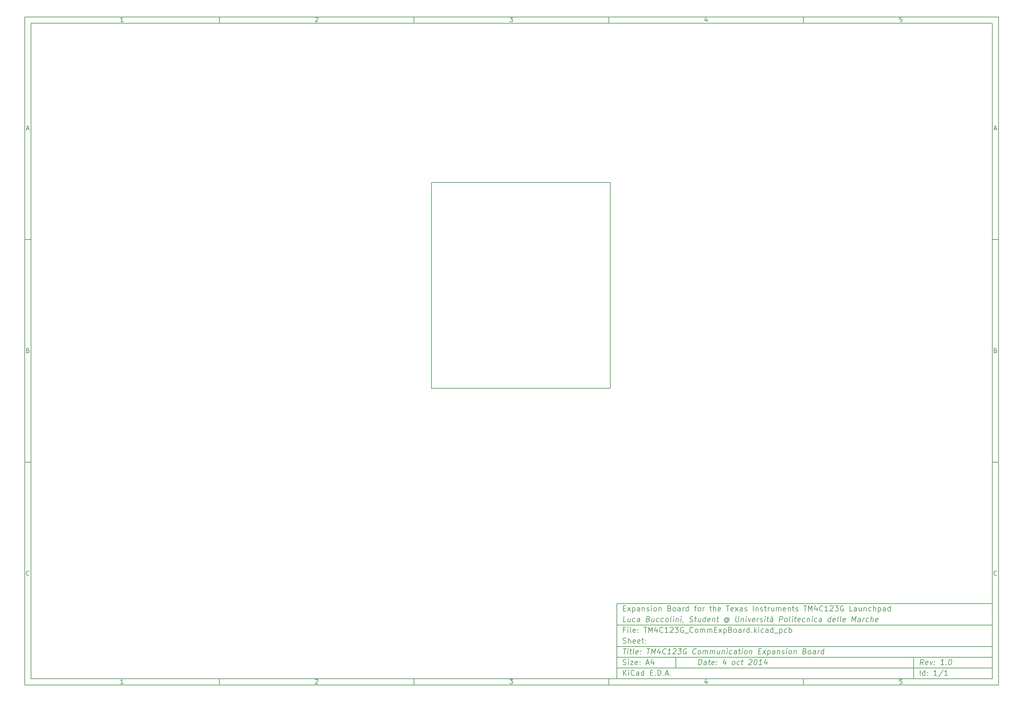
<source format=gbr>
G04 (created by PCBNEW (2013-07-07 BZR 4022)-stable) date 10/4/2014 18:50:34*
%MOIN*%
G04 Gerber Fmt 3.4, Leading zero omitted, Abs format*
%FSLAX34Y34*%
G01*
G70*
G90*
G04 APERTURE LIST*
%ADD10C,0.00590551*%
%ADD11C,0.00629921*%
G04 APERTURE END LIST*
G54D10*
X4000Y-4000D02*
X112930Y-4000D01*
X112930Y-78680D01*
X4000Y-78680D01*
X4000Y-4000D01*
X4700Y-4700D02*
X112230Y-4700D01*
X112230Y-77980D01*
X4700Y-77980D01*
X4700Y-4700D01*
X25780Y-4000D02*
X25780Y-4700D01*
X15032Y-4552D02*
X14747Y-4552D01*
X14890Y-4552D02*
X14890Y-4052D01*
X14842Y-4123D01*
X14794Y-4171D01*
X14747Y-4195D01*
X25780Y-78680D02*
X25780Y-77980D01*
X15032Y-78532D02*
X14747Y-78532D01*
X14890Y-78532D02*
X14890Y-78032D01*
X14842Y-78103D01*
X14794Y-78151D01*
X14747Y-78175D01*
X47560Y-4000D02*
X47560Y-4700D01*
X36527Y-4100D02*
X36550Y-4076D01*
X36598Y-4052D01*
X36717Y-4052D01*
X36765Y-4076D01*
X36789Y-4100D01*
X36812Y-4147D01*
X36812Y-4195D01*
X36789Y-4266D01*
X36503Y-4552D01*
X36812Y-4552D01*
X47560Y-78680D02*
X47560Y-77980D01*
X36527Y-78080D02*
X36550Y-78056D01*
X36598Y-78032D01*
X36717Y-78032D01*
X36765Y-78056D01*
X36789Y-78080D01*
X36812Y-78127D01*
X36812Y-78175D01*
X36789Y-78246D01*
X36503Y-78532D01*
X36812Y-78532D01*
X69340Y-4000D02*
X69340Y-4700D01*
X58283Y-4052D02*
X58592Y-4052D01*
X58426Y-4242D01*
X58497Y-4242D01*
X58545Y-4266D01*
X58569Y-4290D01*
X58592Y-4338D01*
X58592Y-4457D01*
X58569Y-4504D01*
X58545Y-4528D01*
X58497Y-4552D01*
X58354Y-4552D01*
X58307Y-4528D01*
X58283Y-4504D01*
X69340Y-78680D02*
X69340Y-77980D01*
X58283Y-78032D02*
X58592Y-78032D01*
X58426Y-78222D01*
X58497Y-78222D01*
X58545Y-78246D01*
X58569Y-78270D01*
X58592Y-78318D01*
X58592Y-78437D01*
X58569Y-78484D01*
X58545Y-78508D01*
X58497Y-78532D01*
X58354Y-78532D01*
X58307Y-78508D01*
X58283Y-78484D01*
X91120Y-4000D02*
X91120Y-4700D01*
X80325Y-4219D02*
X80325Y-4552D01*
X80206Y-4028D02*
X80087Y-4385D01*
X80396Y-4385D01*
X91120Y-78680D02*
X91120Y-77980D01*
X80325Y-78199D02*
X80325Y-78532D01*
X80206Y-78008D02*
X80087Y-78365D01*
X80396Y-78365D01*
X102129Y-4052D02*
X101890Y-4052D01*
X101867Y-4290D01*
X101890Y-4266D01*
X101938Y-4242D01*
X102057Y-4242D01*
X102105Y-4266D01*
X102129Y-4290D01*
X102152Y-4338D01*
X102152Y-4457D01*
X102129Y-4504D01*
X102105Y-4528D01*
X102057Y-4552D01*
X101938Y-4552D01*
X101890Y-4528D01*
X101867Y-4504D01*
X102129Y-78032D02*
X101890Y-78032D01*
X101867Y-78270D01*
X101890Y-78246D01*
X101938Y-78222D01*
X102057Y-78222D01*
X102105Y-78246D01*
X102129Y-78270D01*
X102152Y-78318D01*
X102152Y-78437D01*
X102129Y-78484D01*
X102105Y-78508D01*
X102057Y-78532D01*
X101938Y-78532D01*
X101890Y-78508D01*
X101867Y-78484D01*
X4000Y-28890D02*
X4700Y-28890D01*
X4230Y-16509D02*
X4469Y-16509D01*
X4183Y-16652D02*
X4350Y-16152D01*
X4516Y-16652D01*
X112930Y-28890D02*
X112230Y-28890D01*
X112460Y-16509D02*
X112699Y-16509D01*
X112413Y-16652D02*
X112580Y-16152D01*
X112746Y-16652D01*
X4000Y-53780D02*
X4700Y-53780D01*
X4385Y-41280D02*
X4457Y-41304D01*
X4480Y-41328D01*
X4504Y-41375D01*
X4504Y-41447D01*
X4480Y-41494D01*
X4457Y-41518D01*
X4409Y-41542D01*
X4219Y-41542D01*
X4219Y-41042D01*
X4385Y-41042D01*
X4433Y-41066D01*
X4457Y-41090D01*
X4480Y-41137D01*
X4480Y-41185D01*
X4457Y-41232D01*
X4433Y-41256D01*
X4385Y-41280D01*
X4219Y-41280D01*
X112930Y-53780D02*
X112230Y-53780D01*
X112615Y-41280D02*
X112687Y-41304D01*
X112710Y-41328D01*
X112734Y-41375D01*
X112734Y-41447D01*
X112710Y-41494D01*
X112687Y-41518D01*
X112639Y-41542D01*
X112449Y-41542D01*
X112449Y-41042D01*
X112615Y-41042D01*
X112663Y-41066D01*
X112687Y-41090D01*
X112710Y-41137D01*
X112710Y-41185D01*
X112687Y-41232D01*
X112663Y-41256D01*
X112615Y-41280D01*
X112449Y-41280D01*
X4504Y-66384D02*
X4480Y-66408D01*
X4409Y-66432D01*
X4361Y-66432D01*
X4290Y-66408D01*
X4242Y-66360D01*
X4219Y-66313D01*
X4195Y-66218D01*
X4195Y-66146D01*
X4219Y-66051D01*
X4242Y-66003D01*
X4290Y-65956D01*
X4361Y-65932D01*
X4409Y-65932D01*
X4480Y-65956D01*
X4504Y-65980D01*
X112734Y-66384D02*
X112710Y-66408D01*
X112639Y-66432D01*
X112591Y-66432D01*
X112520Y-66408D01*
X112472Y-66360D01*
X112449Y-66313D01*
X112425Y-66218D01*
X112425Y-66146D01*
X112449Y-66051D01*
X112472Y-66003D01*
X112520Y-65956D01*
X112591Y-65932D01*
X112639Y-65932D01*
X112710Y-65956D01*
X112734Y-65980D01*
X79380Y-76422D02*
X79455Y-75822D01*
X79597Y-75822D01*
X79680Y-75851D01*
X79730Y-75908D01*
X79751Y-75965D01*
X79765Y-76080D01*
X79755Y-76165D01*
X79712Y-76280D01*
X79676Y-76337D01*
X79612Y-76394D01*
X79522Y-76422D01*
X79380Y-76422D01*
X80237Y-76422D02*
X80276Y-76108D01*
X80255Y-76051D01*
X80201Y-76022D01*
X80087Y-76022D01*
X80026Y-76051D01*
X80240Y-76394D02*
X80180Y-76422D01*
X80037Y-76422D01*
X79983Y-76394D01*
X79962Y-76337D01*
X79969Y-76280D01*
X80005Y-76222D01*
X80065Y-76194D01*
X80208Y-76194D01*
X80269Y-76165D01*
X80487Y-76022D02*
X80715Y-76022D01*
X80597Y-75822D02*
X80533Y-76337D01*
X80555Y-76394D01*
X80608Y-76422D01*
X80665Y-76422D01*
X81097Y-76394D02*
X81037Y-76422D01*
X80922Y-76422D01*
X80869Y-76394D01*
X80847Y-76337D01*
X80876Y-76108D01*
X80912Y-76051D01*
X80972Y-76022D01*
X81087Y-76022D01*
X81140Y-76051D01*
X81162Y-76108D01*
X81155Y-76165D01*
X80862Y-76222D01*
X81387Y-76365D02*
X81412Y-76394D01*
X81380Y-76422D01*
X81355Y-76394D01*
X81387Y-76365D01*
X81380Y-76422D01*
X81426Y-76051D02*
X81451Y-76080D01*
X81419Y-76108D01*
X81394Y-76080D01*
X81426Y-76051D01*
X81419Y-76108D01*
X82430Y-76022D02*
X82380Y-76422D01*
X82315Y-75794D02*
X82119Y-76222D01*
X82490Y-76222D01*
X83237Y-76422D02*
X83183Y-76394D01*
X83158Y-76365D01*
X83137Y-76308D01*
X83158Y-76137D01*
X83194Y-76080D01*
X83226Y-76051D01*
X83287Y-76022D01*
X83372Y-76022D01*
X83426Y-76051D01*
X83451Y-76080D01*
X83472Y-76137D01*
X83451Y-76308D01*
X83415Y-76365D01*
X83383Y-76394D01*
X83322Y-76422D01*
X83237Y-76422D01*
X83955Y-76394D02*
X83894Y-76422D01*
X83780Y-76422D01*
X83726Y-76394D01*
X83701Y-76365D01*
X83680Y-76308D01*
X83701Y-76137D01*
X83737Y-76080D01*
X83769Y-76051D01*
X83830Y-76022D01*
X83944Y-76022D01*
X83997Y-76051D01*
X84172Y-76022D02*
X84401Y-76022D01*
X84283Y-75822D02*
X84219Y-76337D01*
X84240Y-76394D01*
X84294Y-76422D01*
X84351Y-76422D01*
X85047Y-75880D02*
X85080Y-75851D01*
X85140Y-75822D01*
X85283Y-75822D01*
X85337Y-75851D01*
X85362Y-75880D01*
X85383Y-75937D01*
X85376Y-75994D01*
X85337Y-76080D01*
X84951Y-76422D01*
X85322Y-76422D01*
X85769Y-75822D02*
X85826Y-75822D01*
X85880Y-75851D01*
X85905Y-75880D01*
X85926Y-75937D01*
X85940Y-76051D01*
X85922Y-76194D01*
X85880Y-76308D01*
X85844Y-76365D01*
X85812Y-76394D01*
X85751Y-76422D01*
X85694Y-76422D01*
X85640Y-76394D01*
X85615Y-76365D01*
X85594Y-76308D01*
X85580Y-76194D01*
X85597Y-76051D01*
X85640Y-75937D01*
X85676Y-75880D01*
X85708Y-75851D01*
X85769Y-75822D01*
X86465Y-76422D02*
X86122Y-76422D01*
X86294Y-76422D02*
X86369Y-75822D01*
X86301Y-75908D01*
X86237Y-75965D01*
X86176Y-75994D01*
X87030Y-76022D02*
X86980Y-76422D01*
X86915Y-75794D02*
X86719Y-76222D01*
X87090Y-76222D01*
X70972Y-77622D02*
X70972Y-77022D01*
X71315Y-77622D02*
X71058Y-77280D01*
X71315Y-77022D02*
X70972Y-77365D01*
X71572Y-77622D02*
X71572Y-77222D01*
X71572Y-77022D02*
X71544Y-77051D01*
X71572Y-77080D01*
X71601Y-77051D01*
X71572Y-77022D01*
X71572Y-77080D01*
X72201Y-77565D02*
X72172Y-77594D01*
X72087Y-77622D01*
X72030Y-77622D01*
X71944Y-77594D01*
X71887Y-77537D01*
X71858Y-77480D01*
X71830Y-77365D01*
X71830Y-77280D01*
X71858Y-77165D01*
X71887Y-77108D01*
X71944Y-77051D01*
X72030Y-77022D01*
X72087Y-77022D01*
X72172Y-77051D01*
X72201Y-77080D01*
X72715Y-77622D02*
X72715Y-77308D01*
X72687Y-77251D01*
X72630Y-77222D01*
X72515Y-77222D01*
X72458Y-77251D01*
X72715Y-77594D02*
X72658Y-77622D01*
X72515Y-77622D01*
X72458Y-77594D01*
X72430Y-77537D01*
X72430Y-77480D01*
X72458Y-77422D01*
X72515Y-77394D01*
X72658Y-77394D01*
X72715Y-77365D01*
X73258Y-77622D02*
X73258Y-77022D01*
X73258Y-77594D02*
X73201Y-77622D01*
X73087Y-77622D01*
X73030Y-77594D01*
X73001Y-77565D01*
X72972Y-77508D01*
X72972Y-77337D01*
X73001Y-77280D01*
X73030Y-77251D01*
X73087Y-77222D01*
X73201Y-77222D01*
X73258Y-77251D01*
X74001Y-77308D02*
X74201Y-77308D01*
X74287Y-77622D02*
X74001Y-77622D01*
X74001Y-77022D01*
X74287Y-77022D01*
X74544Y-77565D02*
X74572Y-77594D01*
X74544Y-77622D01*
X74515Y-77594D01*
X74544Y-77565D01*
X74544Y-77622D01*
X74829Y-77622D02*
X74829Y-77022D01*
X74972Y-77022D01*
X75058Y-77051D01*
X75115Y-77108D01*
X75144Y-77165D01*
X75172Y-77280D01*
X75172Y-77365D01*
X75144Y-77480D01*
X75115Y-77537D01*
X75058Y-77594D01*
X74972Y-77622D01*
X74829Y-77622D01*
X75429Y-77565D02*
X75458Y-77594D01*
X75429Y-77622D01*
X75401Y-77594D01*
X75429Y-77565D01*
X75429Y-77622D01*
X75687Y-77451D02*
X75972Y-77451D01*
X75629Y-77622D02*
X75829Y-77022D01*
X76029Y-77622D01*
X76229Y-77565D02*
X76258Y-77594D01*
X76229Y-77622D01*
X76201Y-77594D01*
X76229Y-77565D01*
X76229Y-77622D01*
X104522Y-76422D02*
X104358Y-76137D01*
X104180Y-76422D02*
X104255Y-75822D01*
X104483Y-75822D01*
X104537Y-75851D01*
X104562Y-75880D01*
X104583Y-75937D01*
X104572Y-76022D01*
X104537Y-76080D01*
X104505Y-76108D01*
X104444Y-76137D01*
X104215Y-76137D01*
X105012Y-76394D02*
X104951Y-76422D01*
X104837Y-76422D01*
X104783Y-76394D01*
X104762Y-76337D01*
X104790Y-76108D01*
X104826Y-76051D01*
X104887Y-76022D01*
X105001Y-76022D01*
X105055Y-76051D01*
X105076Y-76108D01*
X105069Y-76165D01*
X104776Y-76222D01*
X105287Y-76022D02*
X105380Y-76422D01*
X105572Y-76022D01*
X105758Y-76365D02*
X105783Y-76394D01*
X105751Y-76422D01*
X105726Y-76394D01*
X105758Y-76365D01*
X105751Y-76422D01*
X105797Y-76051D02*
X105822Y-76080D01*
X105790Y-76108D01*
X105765Y-76080D01*
X105797Y-76051D01*
X105790Y-76108D01*
X106808Y-76422D02*
X106465Y-76422D01*
X106637Y-76422D02*
X106712Y-75822D01*
X106644Y-75908D01*
X106580Y-75965D01*
X106519Y-75994D01*
X107072Y-76365D02*
X107097Y-76394D01*
X107065Y-76422D01*
X107040Y-76394D01*
X107072Y-76365D01*
X107065Y-76422D01*
X107540Y-75822D02*
X107597Y-75822D01*
X107651Y-75851D01*
X107676Y-75880D01*
X107697Y-75937D01*
X107712Y-76051D01*
X107694Y-76194D01*
X107651Y-76308D01*
X107615Y-76365D01*
X107583Y-76394D01*
X107522Y-76422D01*
X107465Y-76422D01*
X107412Y-76394D01*
X107387Y-76365D01*
X107365Y-76308D01*
X107351Y-76194D01*
X107369Y-76051D01*
X107412Y-75937D01*
X107447Y-75880D01*
X107480Y-75851D01*
X107540Y-75822D01*
X70944Y-76394D02*
X71030Y-76422D01*
X71172Y-76422D01*
X71230Y-76394D01*
X71258Y-76365D01*
X71287Y-76308D01*
X71287Y-76251D01*
X71258Y-76194D01*
X71230Y-76165D01*
X71172Y-76137D01*
X71058Y-76108D01*
X71001Y-76080D01*
X70972Y-76051D01*
X70944Y-75994D01*
X70944Y-75937D01*
X70972Y-75880D01*
X71001Y-75851D01*
X71058Y-75822D01*
X71201Y-75822D01*
X71287Y-75851D01*
X71544Y-76422D02*
X71544Y-76022D01*
X71544Y-75822D02*
X71515Y-75851D01*
X71544Y-75880D01*
X71572Y-75851D01*
X71544Y-75822D01*
X71544Y-75880D01*
X71772Y-76022D02*
X72087Y-76022D01*
X71772Y-76422D01*
X72087Y-76422D01*
X72544Y-76394D02*
X72487Y-76422D01*
X72372Y-76422D01*
X72315Y-76394D01*
X72287Y-76337D01*
X72287Y-76108D01*
X72315Y-76051D01*
X72372Y-76022D01*
X72487Y-76022D01*
X72544Y-76051D01*
X72572Y-76108D01*
X72572Y-76165D01*
X72287Y-76222D01*
X72830Y-76365D02*
X72858Y-76394D01*
X72830Y-76422D01*
X72801Y-76394D01*
X72830Y-76365D01*
X72830Y-76422D01*
X72830Y-76051D02*
X72858Y-76080D01*
X72830Y-76108D01*
X72801Y-76080D01*
X72830Y-76051D01*
X72830Y-76108D01*
X73544Y-76251D02*
X73830Y-76251D01*
X73487Y-76422D02*
X73687Y-75822D01*
X73887Y-76422D01*
X74344Y-76022D02*
X74344Y-76422D01*
X74201Y-75794D02*
X74058Y-76222D01*
X74430Y-76222D01*
X104172Y-77622D02*
X104172Y-77022D01*
X104715Y-77622D02*
X104715Y-77022D01*
X104715Y-77594D02*
X104658Y-77622D01*
X104544Y-77622D01*
X104487Y-77594D01*
X104458Y-77565D01*
X104430Y-77508D01*
X104430Y-77337D01*
X104458Y-77280D01*
X104487Y-77251D01*
X104544Y-77222D01*
X104658Y-77222D01*
X104715Y-77251D01*
X105001Y-77565D02*
X105030Y-77594D01*
X105001Y-77622D01*
X104972Y-77594D01*
X105001Y-77565D01*
X105001Y-77622D01*
X105001Y-77251D02*
X105030Y-77280D01*
X105001Y-77308D01*
X104972Y-77280D01*
X105001Y-77251D01*
X105001Y-77308D01*
X106058Y-77622D02*
X105715Y-77622D01*
X105887Y-77622D02*
X105887Y-77022D01*
X105829Y-77108D01*
X105772Y-77165D01*
X105715Y-77194D01*
X106744Y-76994D02*
X106230Y-77765D01*
X107258Y-77622D02*
X106915Y-77622D01*
X107087Y-77622D02*
X107087Y-77022D01*
X107029Y-77108D01*
X106972Y-77165D01*
X106915Y-77194D01*
X70969Y-74622D02*
X71312Y-74622D01*
X71065Y-75222D02*
X71140Y-74622D01*
X71437Y-75222D02*
X71487Y-74822D01*
X71512Y-74622D02*
X71480Y-74651D01*
X71505Y-74680D01*
X71537Y-74651D01*
X71512Y-74622D01*
X71505Y-74680D01*
X71687Y-74822D02*
X71915Y-74822D01*
X71797Y-74622D02*
X71733Y-75137D01*
X71755Y-75194D01*
X71808Y-75222D01*
X71865Y-75222D01*
X72151Y-75222D02*
X72097Y-75194D01*
X72076Y-75137D01*
X72140Y-74622D01*
X72612Y-75194D02*
X72551Y-75222D01*
X72437Y-75222D01*
X72383Y-75194D01*
X72362Y-75137D01*
X72390Y-74908D01*
X72426Y-74851D01*
X72487Y-74822D01*
X72601Y-74822D01*
X72655Y-74851D01*
X72676Y-74908D01*
X72669Y-74965D01*
X72376Y-75022D01*
X72901Y-75165D02*
X72926Y-75194D01*
X72894Y-75222D01*
X72869Y-75194D01*
X72901Y-75165D01*
X72894Y-75222D01*
X72940Y-74851D02*
X72965Y-74880D01*
X72933Y-74908D01*
X72908Y-74880D01*
X72940Y-74851D01*
X72933Y-74908D01*
X73626Y-74622D02*
X73969Y-74622D01*
X73722Y-75222D02*
X73797Y-74622D01*
X74094Y-75222D02*
X74169Y-74622D01*
X74315Y-75051D01*
X74569Y-74622D01*
X74494Y-75222D01*
X75087Y-74822D02*
X75037Y-75222D01*
X74972Y-74594D02*
X74776Y-75022D01*
X75147Y-75022D01*
X75701Y-75165D02*
X75669Y-75194D01*
X75580Y-75222D01*
X75522Y-75222D01*
X75440Y-75194D01*
X75390Y-75137D01*
X75369Y-75080D01*
X75355Y-74965D01*
X75365Y-74880D01*
X75408Y-74765D01*
X75444Y-74708D01*
X75508Y-74651D01*
X75597Y-74622D01*
X75655Y-74622D01*
X75737Y-74651D01*
X75762Y-74680D01*
X76265Y-75222D02*
X75922Y-75222D01*
X76094Y-75222D02*
X76169Y-74622D01*
X76101Y-74708D01*
X76037Y-74765D01*
X75976Y-74794D01*
X76562Y-74680D02*
X76594Y-74651D01*
X76655Y-74622D01*
X76797Y-74622D01*
X76851Y-74651D01*
X76876Y-74680D01*
X76897Y-74737D01*
X76890Y-74794D01*
X76851Y-74880D01*
X76465Y-75222D01*
X76837Y-75222D01*
X77112Y-74622D02*
X77483Y-74622D01*
X77255Y-74851D01*
X77340Y-74851D01*
X77394Y-74880D01*
X77419Y-74908D01*
X77440Y-74965D01*
X77422Y-75108D01*
X77387Y-75165D01*
X77355Y-75194D01*
X77294Y-75222D01*
X77122Y-75222D01*
X77069Y-75194D01*
X77044Y-75165D01*
X78051Y-74651D02*
X77997Y-74622D01*
X77912Y-74622D01*
X77822Y-74651D01*
X77758Y-74708D01*
X77722Y-74765D01*
X77680Y-74880D01*
X77669Y-74965D01*
X77683Y-75080D01*
X77705Y-75137D01*
X77755Y-75194D01*
X77837Y-75222D01*
X77894Y-75222D01*
X77983Y-75194D01*
X78015Y-75165D01*
X78040Y-74965D01*
X77926Y-74965D01*
X79072Y-75165D02*
X79040Y-75194D01*
X78951Y-75222D01*
X78894Y-75222D01*
X78812Y-75194D01*
X78762Y-75137D01*
X78740Y-75080D01*
X78726Y-74965D01*
X78737Y-74880D01*
X78780Y-74765D01*
X78815Y-74708D01*
X78880Y-74651D01*
X78969Y-74622D01*
X79026Y-74622D01*
X79108Y-74651D01*
X79133Y-74680D01*
X79408Y-75222D02*
X79355Y-75194D01*
X79330Y-75165D01*
X79308Y-75108D01*
X79330Y-74937D01*
X79365Y-74880D01*
X79397Y-74851D01*
X79458Y-74822D01*
X79544Y-74822D01*
X79597Y-74851D01*
X79622Y-74880D01*
X79644Y-74937D01*
X79622Y-75108D01*
X79587Y-75165D01*
X79555Y-75194D01*
X79494Y-75222D01*
X79408Y-75222D01*
X79865Y-75222D02*
X79915Y-74822D01*
X79908Y-74880D02*
X79940Y-74851D01*
X80001Y-74822D01*
X80087Y-74822D01*
X80140Y-74851D01*
X80162Y-74908D01*
X80122Y-75222D01*
X80162Y-74908D02*
X80197Y-74851D01*
X80258Y-74822D01*
X80344Y-74822D01*
X80397Y-74851D01*
X80419Y-74908D01*
X80380Y-75222D01*
X80665Y-75222D02*
X80715Y-74822D01*
X80708Y-74880D02*
X80740Y-74851D01*
X80801Y-74822D01*
X80887Y-74822D01*
X80940Y-74851D01*
X80962Y-74908D01*
X80922Y-75222D01*
X80962Y-74908D02*
X80997Y-74851D01*
X81058Y-74822D01*
X81144Y-74822D01*
X81197Y-74851D01*
X81219Y-74908D01*
X81180Y-75222D01*
X81772Y-74822D02*
X81722Y-75222D01*
X81515Y-74822D02*
X81476Y-75137D01*
X81497Y-75194D01*
X81551Y-75222D01*
X81637Y-75222D01*
X81697Y-75194D01*
X81730Y-75165D01*
X82058Y-74822D02*
X82008Y-75222D01*
X82051Y-74880D02*
X82083Y-74851D01*
X82144Y-74822D01*
X82230Y-74822D01*
X82283Y-74851D01*
X82305Y-74908D01*
X82265Y-75222D01*
X82551Y-75222D02*
X82601Y-74822D01*
X82626Y-74622D02*
X82594Y-74651D01*
X82619Y-74680D01*
X82651Y-74651D01*
X82626Y-74622D01*
X82619Y-74680D01*
X83097Y-75194D02*
X83037Y-75222D01*
X82922Y-75222D01*
X82869Y-75194D01*
X82844Y-75165D01*
X82822Y-75108D01*
X82844Y-74937D01*
X82880Y-74880D01*
X82912Y-74851D01*
X82972Y-74822D01*
X83087Y-74822D01*
X83140Y-74851D01*
X83608Y-75222D02*
X83647Y-74908D01*
X83626Y-74851D01*
X83572Y-74822D01*
X83458Y-74822D01*
X83397Y-74851D01*
X83612Y-75194D02*
X83551Y-75222D01*
X83408Y-75222D01*
X83355Y-75194D01*
X83333Y-75137D01*
X83340Y-75080D01*
X83376Y-75022D01*
X83437Y-74994D01*
X83580Y-74994D01*
X83640Y-74965D01*
X83858Y-74822D02*
X84087Y-74822D01*
X83969Y-74622D02*
X83905Y-75137D01*
X83926Y-75194D01*
X83980Y-75222D01*
X84037Y-75222D01*
X84237Y-75222D02*
X84287Y-74822D01*
X84312Y-74622D02*
X84280Y-74651D01*
X84305Y-74680D01*
X84337Y-74651D01*
X84312Y-74622D01*
X84305Y-74680D01*
X84608Y-75222D02*
X84555Y-75194D01*
X84530Y-75165D01*
X84508Y-75108D01*
X84530Y-74937D01*
X84565Y-74880D01*
X84597Y-74851D01*
X84658Y-74822D01*
X84744Y-74822D01*
X84797Y-74851D01*
X84822Y-74880D01*
X84844Y-74937D01*
X84822Y-75108D01*
X84787Y-75165D01*
X84755Y-75194D01*
X84694Y-75222D01*
X84608Y-75222D01*
X85115Y-74822D02*
X85065Y-75222D01*
X85108Y-74880D02*
X85140Y-74851D01*
X85201Y-74822D01*
X85287Y-74822D01*
X85340Y-74851D01*
X85362Y-74908D01*
X85322Y-75222D01*
X86105Y-74908D02*
X86305Y-74908D01*
X86351Y-75222D02*
X86065Y-75222D01*
X86140Y-74622D01*
X86426Y-74622D01*
X86551Y-75222D02*
X86915Y-74822D01*
X86601Y-74822D02*
X86865Y-75222D01*
X87144Y-74822D02*
X87069Y-75422D01*
X87140Y-74851D02*
X87201Y-74822D01*
X87315Y-74822D01*
X87369Y-74851D01*
X87394Y-74880D01*
X87415Y-74937D01*
X87394Y-75108D01*
X87358Y-75165D01*
X87326Y-75194D01*
X87265Y-75222D01*
X87151Y-75222D01*
X87097Y-75194D01*
X87894Y-75222D02*
X87933Y-74908D01*
X87912Y-74851D01*
X87858Y-74822D01*
X87744Y-74822D01*
X87683Y-74851D01*
X87897Y-75194D02*
X87837Y-75222D01*
X87694Y-75222D01*
X87640Y-75194D01*
X87619Y-75137D01*
X87626Y-75080D01*
X87662Y-75022D01*
X87722Y-74994D01*
X87865Y-74994D01*
X87926Y-74965D01*
X88230Y-74822D02*
X88180Y-75222D01*
X88222Y-74880D02*
X88255Y-74851D01*
X88315Y-74822D01*
X88401Y-74822D01*
X88455Y-74851D01*
X88476Y-74908D01*
X88437Y-75222D01*
X88697Y-75194D02*
X88751Y-75222D01*
X88865Y-75222D01*
X88926Y-75194D01*
X88962Y-75137D01*
X88965Y-75108D01*
X88944Y-75051D01*
X88890Y-75022D01*
X88805Y-75022D01*
X88751Y-74994D01*
X88730Y-74937D01*
X88733Y-74908D01*
X88769Y-74851D01*
X88830Y-74822D01*
X88915Y-74822D01*
X88969Y-74851D01*
X89208Y-75222D02*
X89258Y-74822D01*
X89283Y-74622D02*
X89251Y-74651D01*
X89276Y-74680D01*
X89308Y-74651D01*
X89283Y-74622D01*
X89276Y-74680D01*
X89579Y-75222D02*
X89526Y-75194D01*
X89501Y-75165D01*
X89480Y-75108D01*
X89501Y-74937D01*
X89537Y-74880D01*
X89569Y-74851D01*
X89629Y-74822D01*
X89715Y-74822D01*
X89769Y-74851D01*
X89794Y-74880D01*
X89815Y-74937D01*
X89794Y-75108D01*
X89758Y-75165D01*
X89726Y-75194D01*
X89665Y-75222D01*
X89579Y-75222D01*
X90087Y-74822D02*
X90037Y-75222D01*
X90079Y-74880D02*
X90112Y-74851D01*
X90172Y-74822D01*
X90258Y-74822D01*
X90312Y-74851D01*
X90333Y-74908D01*
X90294Y-75222D01*
X91276Y-74908D02*
X91358Y-74937D01*
X91383Y-74965D01*
X91404Y-75022D01*
X91394Y-75108D01*
X91358Y-75165D01*
X91326Y-75194D01*
X91265Y-75222D01*
X91037Y-75222D01*
X91112Y-74622D01*
X91312Y-74622D01*
X91365Y-74651D01*
X91390Y-74680D01*
X91412Y-74737D01*
X91404Y-74794D01*
X91369Y-74851D01*
X91337Y-74880D01*
X91276Y-74908D01*
X91076Y-74908D01*
X91722Y-75222D02*
X91669Y-75194D01*
X91644Y-75165D01*
X91622Y-75108D01*
X91644Y-74937D01*
X91679Y-74880D01*
X91712Y-74851D01*
X91772Y-74822D01*
X91858Y-74822D01*
X91912Y-74851D01*
X91937Y-74880D01*
X91958Y-74937D01*
X91937Y-75108D01*
X91901Y-75165D01*
X91869Y-75194D01*
X91808Y-75222D01*
X91722Y-75222D01*
X92437Y-75222D02*
X92476Y-74908D01*
X92454Y-74851D01*
X92401Y-74822D01*
X92287Y-74822D01*
X92226Y-74851D01*
X92440Y-75194D02*
X92379Y-75222D01*
X92237Y-75222D01*
X92183Y-75194D01*
X92162Y-75137D01*
X92169Y-75080D01*
X92204Y-75022D01*
X92265Y-74994D01*
X92408Y-74994D01*
X92469Y-74965D01*
X92722Y-75222D02*
X92772Y-74822D01*
X92758Y-74937D02*
X92794Y-74880D01*
X92826Y-74851D01*
X92887Y-74822D01*
X92944Y-74822D01*
X93351Y-75222D02*
X93426Y-74622D01*
X93354Y-75194D02*
X93294Y-75222D01*
X93179Y-75222D01*
X93126Y-75194D01*
X93101Y-75165D01*
X93080Y-75108D01*
X93101Y-74937D01*
X93137Y-74880D01*
X93169Y-74851D01*
X93229Y-74822D01*
X93344Y-74822D01*
X93397Y-74851D01*
X71172Y-72508D02*
X70972Y-72508D01*
X70972Y-72822D02*
X70972Y-72222D01*
X71258Y-72222D01*
X71487Y-72822D02*
X71487Y-72422D01*
X71487Y-72222D02*
X71458Y-72251D01*
X71487Y-72280D01*
X71515Y-72251D01*
X71487Y-72222D01*
X71487Y-72280D01*
X71858Y-72822D02*
X71801Y-72794D01*
X71772Y-72737D01*
X71772Y-72222D01*
X72315Y-72794D02*
X72258Y-72822D01*
X72144Y-72822D01*
X72087Y-72794D01*
X72058Y-72737D01*
X72058Y-72508D01*
X72087Y-72451D01*
X72144Y-72422D01*
X72258Y-72422D01*
X72315Y-72451D01*
X72344Y-72508D01*
X72344Y-72565D01*
X72058Y-72622D01*
X72601Y-72765D02*
X72630Y-72794D01*
X72601Y-72822D01*
X72572Y-72794D01*
X72601Y-72765D01*
X72601Y-72822D01*
X72601Y-72451D02*
X72630Y-72480D01*
X72601Y-72508D01*
X72572Y-72480D01*
X72601Y-72451D01*
X72601Y-72508D01*
X73258Y-72222D02*
X73601Y-72222D01*
X73430Y-72822D02*
X73430Y-72222D01*
X73801Y-72822D02*
X73801Y-72222D01*
X74001Y-72651D01*
X74201Y-72222D01*
X74201Y-72822D01*
X74744Y-72422D02*
X74744Y-72822D01*
X74601Y-72194D02*
X74458Y-72622D01*
X74830Y-72622D01*
X75401Y-72765D02*
X75372Y-72794D01*
X75287Y-72822D01*
X75230Y-72822D01*
X75144Y-72794D01*
X75087Y-72737D01*
X75058Y-72680D01*
X75030Y-72565D01*
X75030Y-72480D01*
X75058Y-72365D01*
X75087Y-72308D01*
X75144Y-72251D01*
X75230Y-72222D01*
X75287Y-72222D01*
X75372Y-72251D01*
X75401Y-72280D01*
X75972Y-72822D02*
X75630Y-72822D01*
X75801Y-72822D02*
X75801Y-72222D01*
X75744Y-72308D01*
X75687Y-72365D01*
X75630Y-72394D01*
X76201Y-72280D02*
X76230Y-72251D01*
X76287Y-72222D01*
X76430Y-72222D01*
X76487Y-72251D01*
X76515Y-72280D01*
X76544Y-72337D01*
X76544Y-72394D01*
X76515Y-72480D01*
X76172Y-72822D01*
X76544Y-72822D01*
X76744Y-72222D02*
X77115Y-72222D01*
X76915Y-72451D01*
X77001Y-72451D01*
X77058Y-72480D01*
X77087Y-72508D01*
X77115Y-72565D01*
X77115Y-72708D01*
X77087Y-72765D01*
X77058Y-72794D01*
X77001Y-72822D01*
X76830Y-72822D01*
X76772Y-72794D01*
X76744Y-72765D01*
X77687Y-72251D02*
X77630Y-72222D01*
X77544Y-72222D01*
X77458Y-72251D01*
X77401Y-72308D01*
X77372Y-72365D01*
X77344Y-72480D01*
X77344Y-72565D01*
X77372Y-72680D01*
X77401Y-72737D01*
X77458Y-72794D01*
X77544Y-72822D01*
X77601Y-72822D01*
X77687Y-72794D01*
X77715Y-72765D01*
X77715Y-72565D01*
X77601Y-72565D01*
X77830Y-72880D02*
X78287Y-72880D01*
X78772Y-72765D02*
X78744Y-72794D01*
X78658Y-72822D01*
X78601Y-72822D01*
X78515Y-72794D01*
X78458Y-72737D01*
X78430Y-72680D01*
X78401Y-72565D01*
X78401Y-72480D01*
X78430Y-72365D01*
X78458Y-72308D01*
X78515Y-72251D01*
X78601Y-72222D01*
X78658Y-72222D01*
X78744Y-72251D01*
X78772Y-72280D01*
X79115Y-72822D02*
X79058Y-72794D01*
X79030Y-72765D01*
X79001Y-72708D01*
X79001Y-72537D01*
X79030Y-72480D01*
X79058Y-72451D01*
X79115Y-72422D01*
X79201Y-72422D01*
X79258Y-72451D01*
X79287Y-72480D01*
X79315Y-72537D01*
X79315Y-72708D01*
X79287Y-72765D01*
X79258Y-72794D01*
X79201Y-72822D01*
X79115Y-72822D01*
X79572Y-72822D02*
X79572Y-72422D01*
X79572Y-72480D02*
X79601Y-72451D01*
X79658Y-72422D01*
X79744Y-72422D01*
X79801Y-72451D01*
X79830Y-72508D01*
X79830Y-72822D01*
X79830Y-72508D02*
X79858Y-72451D01*
X79915Y-72422D01*
X80001Y-72422D01*
X80058Y-72451D01*
X80087Y-72508D01*
X80087Y-72822D01*
X80372Y-72822D02*
X80372Y-72422D01*
X80372Y-72480D02*
X80401Y-72451D01*
X80458Y-72422D01*
X80544Y-72422D01*
X80601Y-72451D01*
X80630Y-72508D01*
X80630Y-72822D01*
X80630Y-72508D02*
X80658Y-72451D01*
X80715Y-72422D01*
X80801Y-72422D01*
X80858Y-72451D01*
X80887Y-72508D01*
X80887Y-72822D01*
X81172Y-72508D02*
X81372Y-72508D01*
X81458Y-72822D02*
X81172Y-72822D01*
X81172Y-72222D01*
X81458Y-72222D01*
X81658Y-72822D02*
X81972Y-72422D01*
X81658Y-72422D02*
X81972Y-72822D01*
X82201Y-72422D02*
X82201Y-73022D01*
X82201Y-72451D02*
X82258Y-72422D01*
X82372Y-72422D01*
X82430Y-72451D01*
X82458Y-72480D01*
X82487Y-72537D01*
X82487Y-72708D01*
X82458Y-72765D01*
X82430Y-72794D01*
X82372Y-72822D01*
X82258Y-72822D01*
X82201Y-72794D01*
X82944Y-72508D02*
X83030Y-72537D01*
X83058Y-72565D01*
X83087Y-72622D01*
X83087Y-72708D01*
X83058Y-72765D01*
X83030Y-72794D01*
X82972Y-72822D01*
X82744Y-72822D01*
X82744Y-72222D01*
X82944Y-72222D01*
X83001Y-72251D01*
X83030Y-72280D01*
X83058Y-72337D01*
X83058Y-72394D01*
X83030Y-72451D01*
X83001Y-72480D01*
X82944Y-72508D01*
X82744Y-72508D01*
X83430Y-72822D02*
X83372Y-72794D01*
X83344Y-72765D01*
X83315Y-72708D01*
X83315Y-72537D01*
X83344Y-72480D01*
X83372Y-72451D01*
X83430Y-72422D01*
X83515Y-72422D01*
X83572Y-72451D01*
X83601Y-72480D01*
X83630Y-72537D01*
X83630Y-72708D01*
X83601Y-72765D01*
X83572Y-72794D01*
X83515Y-72822D01*
X83430Y-72822D01*
X84144Y-72822D02*
X84144Y-72508D01*
X84115Y-72451D01*
X84058Y-72422D01*
X83944Y-72422D01*
X83887Y-72451D01*
X84144Y-72794D02*
X84087Y-72822D01*
X83944Y-72822D01*
X83887Y-72794D01*
X83858Y-72737D01*
X83858Y-72680D01*
X83887Y-72622D01*
X83944Y-72594D01*
X84087Y-72594D01*
X84144Y-72565D01*
X84430Y-72822D02*
X84430Y-72422D01*
X84430Y-72537D02*
X84458Y-72480D01*
X84487Y-72451D01*
X84544Y-72422D01*
X84601Y-72422D01*
X85058Y-72822D02*
X85058Y-72222D01*
X85058Y-72794D02*
X85001Y-72822D01*
X84887Y-72822D01*
X84830Y-72794D01*
X84801Y-72765D01*
X84772Y-72708D01*
X84772Y-72537D01*
X84801Y-72480D01*
X84830Y-72451D01*
X84887Y-72422D01*
X85001Y-72422D01*
X85058Y-72451D01*
X85344Y-72765D02*
X85372Y-72794D01*
X85344Y-72822D01*
X85315Y-72794D01*
X85344Y-72765D01*
X85344Y-72822D01*
X85630Y-72822D02*
X85630Y-72222D01*
X85687Y-72594D02*
X85858Y-72822D01*
X85858Y-72422D02*
X85630Y-72651D01*
X86115Y-72822D02*
X86115Y-72422D01*
X86115Y-72222D02*
X86087Y-72251D01*
X86115Y-72280D01*
X86144Y-72251D01*
X86115Y-72222D01*
X86115Y-72280D01*
X86658Y-72794D02*
X86601Y-72822D01*
X86487Y-72822D01*
X86430Y-72794D01*
X86401Y-72765D01*
X86372Y-72708D01*
X86372Y-72537D01*
X86401Y-72480D01*
X86430Y-72451D01*
X86487Y-72422D01*
X86601Y-72422D01*
X86658Y-72451D01*
X87172Y-72822D02*
X87172Y-72508D01*
X87144Y-72451D01*
X87087Y-72422D01*
X86972Y-72422D01*
X86915Y-72451D01*
X87172Y-72794D02*
X87115Y-72822D01*
X86972Y-72822D01*
X86915Y-72794D01*
X86887Y-72737D01*
X86887Y-72680D01*
X86915Y-72622D01*
X86972Y-72594D01*
X87115Y-72594D01*
X87172Y-72565D01*
X87715Y-72822D02*
X87715Y-72222D01*
X87715Y-72794D02*
X87658Y-72822D01*
X87544Y-72822D01*
X87487Y-72794D01*
X87458Y-72765D01*
X87430Y-72708D01*
X87430Y-72537D01*
X87458Y-72480D01*
X87487Y-72451D01*
X87544Y-72422D01*
X87658Y-72422D01*
X87715Y-72451D01*
X87858Y-72880D02*
X88315Y-72880D01*
X88458Y-72422D02*
X88458Y-73022D01*
X88458Y-72451D02*
X88515Y-72422D01*
X88630Y-72422D01*
X88687Y-72451D01*
X88715Y-72480D01*
X88744Y-72537D01*
X88744Y-72708D01*
X88715Y-72765D01*
X88687Y-72794D01*
X88630Y-72822D01*
X88515Y-72822D01*
X88458Y-72794D01*
X89258Y-72794D02*
X89201Y-72822D01*
X89087Y-72822D01*
X89030Y-72794D01*
X89001Y-72765D01*
X88972Y-72708D01*
X88972Y-72537D01*
X89001Y-72480D01*
X89030Y-72451D01*
X89087Y-72422D01*
X89201Y-72422D01*
X89258Y-72451D01*
X89515Y-72822D02*
X89515Y-72222D01*
X89515Y-72451D02*
X89572Y-72422D01*
X89687Y-72422D01*
X89744Y-72451D01*
X89772Y-72480D01*
X89801Y-72537D01*
X89801Y-72708D01*
X89772Y-72765D01*
X89744Y-72794D01*
X89687Y-72822D01*
X89572Y-72822D01*
X89515Y-72794D01*
X70944Y-73994D02*
X71030Y-74022D01*
X71172Y-74022D01*
X71230Y-73994D01*
X71258Y-73965D01*
X71287Y-73908D01*
X71287Y-73851D01*
X71258Y-73794D01*
X71230Y-73765D01*
X71172Y-73737D01*
X71058Y-73708D01*
X71001Y-73680D01*
X70972Y-73651D01*
X70944Y-73594D01*
X70944Y-73537D01*
X70972Y-73480D01*
X71001Y-73451D01*
X71058Y-73422D01*
X71201Y-73422D01*
X71287Y-73451D01*
X71544Y-74022D02*
X71544Y-73422D01*
X71801Y-74022D02*
X71801Y-73708D01*
X71772Y-73651D01*
X71715Y-73622D01*
X71630Y-73622D01*
X71572Y-73651D01*
X71544Y-73680D01*
X72315Y-73994D02*
X72258Y-74022D01*
X72144Y-74022D01*
X72087Y-73994D01*
X72058Y-73937D01*
X72058Y-73708D01*
X72087Y-73651D01*
X72144Y-73622D01*
X72258Y-73622D01*
X72315Y-73651D01*
X72344Y-73708D01*
X72344Y-73765D01*
X72058Y-73822D01*
X72830Y-73994D02*
X72772Y-74022D01*
X72658Y-74022D01*
X72601Y-73994D01*
X72572Y-73937D01*
X72572Y-73708D01*
X72601Y-73651D01*
X72658Y-73622D01*
X72772Y-73622D01*
X72830Y-73651D01*
X72858Y-73708D01*
X72858Y-73765D01*
X72572Y-73822D01*
X73030Y-73622D02*
X73258Y-73622D01*
X73115Y-73422D02*
X73115Y-73937D01*
X73144Y-73994D01*
X73201Y-74022D01*
X73258Y-74022D01*
X73458Y-73965D02*
X73487Y-73994D01*
X73458Y-74022D01*
X73430Y-73994D01*
X73458Y-73965D01*
X73458Y-74022D01*
X73458Y-73651D02*
X73487Y-73680D01*
X73458Y-73708D01*
X73430Y-73680D01*
X73458Y-73651D01*
X73458Y-73708D01*
X71265Y-71622D02*
X70980Y-71622D01*
X71055Y-71022D01*
X71772Y-71222D02*
X71722Y-71622D01*
X71515Y-71222D02*
X71476Y-71537D01*
X71497Y-71594D01*
X71551Y-71622D01*
X71637Y-71622D01*
X71697Y-71594D01*
X71730Y-71565D01*
X72269Y-71594D02*
X72208Y-71622D01*
X72094Y-71622D01*
X72040Y-71594D01*
X72015Y-71565D01*
X71994Y-71508D01*
X72015Y-71337D01*
X72051Y-71280D01*
X72083Y-71251D01*
X72144Y-71222D01*
X72258Y-71222D01*
X72312Y-71251D01*
X72780Y-71622D02*
X72819Y-71308D01*
X72797Y-71251D01*
X72744Y-71222D01*
X72630Y-71222D01*
X72569Y-71251D01*
X72783Y-71594D02*
X72722Y-71622D01*
X72580Y-71622D01*
X72526Y-71594D01*
X72505Y-71537D01*
X72512Y-71480D01*
X72547Y-71422D01*
X72608Y-71394D01*
X72751Y-71394D01*
X72812Y-71365D01*
X73762Y-71308D02*
X73844Y-71337D01*
X73869Y-71365D01*
X73890Y-71422D01*
X73880Y-71508D01*
X73844Y-71565D01*
X73812Y-71594D01*
X73751Y-71622D01*
X73522Y-71622D01*
X73597Y-71022D01*
X73797Y-71022D01*
X73851Y-71051D01*
X73876Y-71080D01*
X73897Y-71137D01*
X73890Y-71194D01*
X73854Y-71251D01*
X73822Y-71280D01*
X73762Y-71308D01*
X73562Y-71308D01*
X74430Y-71222D02*
X74380Y-71622D01*
X74172Y-71222D02*
X74133Y-71537D01*
X74155Y-71594D01*
X74208Y-71622D01*
X74294Y-71622D01*
X74355Y-71594D01*
X74387Y-71565D01*
X74926Y-71594D02*
X74865Y-71622D01*
X74751Y-71622D01*
X74697Y-71594D01*
X74672Y-71565D01*
X74651Y-71508D01*
X74672Y-71337D01*
X74708Y-71280D01*
X74740Y-71251D01*
X74801Y-71222D01*
X74915Y-71222D01*
X74969Y-71251D01*
X75440Y-71594D02*
X75380Y-71622D01*
X75265Y-71622D01*
X75212Y-71594D01*
X75187Y-71565D01*
X75165Y-71508D01*
X75187Y-71337D01*
X75222Y-71280D01*
X75255Y-71251D01*
X75315Y-71222D01*
X75430Y-71222D01*
X75483Y-71251D01*
X75780Y-71622D02*
X75726Y-71594D01*
X75701Y-71565D01*
X75680Y-71508D01*
X75701Y-71337D01*
X75737Y-71280D01*
X75769Y-71251D01*
X75830Y-71222D01*
X75915Y-71222D01*
X75969Y-71251D01*
X75994Y-71280D01*
X76015Y-71337D01*
X75994Y-71508D01*
X75958Y-71565D01*
X75926Y-71594D01*
X75865Y-71622D01*
X75780Y-71622D01*
X76322Y-71622D02*
X76269Y-71594D01*
X76247Y-71537D01*
X76312Y-71022D01*
X76551Y-71622D02*
X76601Y-71222D01*
X76626Y-71022D02*
X76594Y-71051D01*
X76619Y-71080D01*
X76651Y-71051D01*
X76626Y-71022D01*
X76619Y-71080D01*
X76887Y-71222D02*
X76837Y-71622D01*
X76880Y-71280D02*
X76912Y-71251D01*
X76972Y-71222D01*
X77058Y-71222D01*
X77112Y-71251D01*
X77133Y-71308D01*
X77094Y-71622D01*
X77380Y-71622D02*
X77430Y-71222D01*
X77455Y-71022D02*
X77422Y-71051D01*
X77447Y-71080D01*
X77480Y-71051D01*
X77455Y-71022D01*
X77447Y-71080D01*
X77697Y-71594D02*
X77694Y-71622D01*
X77658Y-71680D01*
X77626Y-71708D01*
X78383Y-71594D02*
X78465Y-71622D01*
X78608Y-71622D01*
X78669Y-71594D01*
X78701Y-71565D01*
X78737Y-71508D01*
X78744Y-71451D01*
X78722Y-71394D01*
X78697Y-71365D01*
X78644Y-71337D01*
X78533Y-71308D01*
X78480Y-71280D01*
X78454Y-71251D01*
X78433Y-71194D01*
X78440Y-71137D01*
X78476Y-71080D01*
X78508Y-71051D01*
X78569Y-71022D01*
X78712Y-71022D01*
X78794Y-71051D01*
X78944Y-71222D02*
X79172Y-71222D01*
X79055Y-71022D02*
X78990Y-71537D01*
X79012Y-71594D01*
X79065Y-71622D01*
X79122Y-71622D01*
X79630Y-71222D02*
X79580Y-71622D01*
X79372Y-71222D02*
X79333Y-71537D01*
X79355Y-71594D01*
X79408Y-71622D01*
X79494Y-71622D01*
X79555Y-71594D01*
X79587Y-71565D01*
X80122Y-71622D02*
X80197Y-71022D01*
X80126Y-71594D02*
X80065Y-71622D01*
X79951Y-71622D01*
X79897Y-71594D01*
X79872Y-71565D01*
X79851Y-71508D01*
X79872Y-71337D01*
X79908Y-71280D01*
X79940Y-71251D01*
X80001Y-71222D01*
X80115Y-71222D01*
X80169Y-71251D01*
X80640Y-71594D02*
X80580Y-71622D01*
X80465Y-71622D01*
X80412Y-71594D01*
X80390Y-71537D01*
X80419Y-71308D01*
X80454Y-71251D01*
X80515Y-71222D01*
X80630Y-71222D01*
X80683Y-71251D01*
X80705Y-71308D01*
X80697Y-71365D01*
X80405Y-71422D01*
X80972Y-71222D02*
X80922Y-71622D01*
X80965Y-71280D02*
X80997Y-71251D01*
X81058Y-71222D01*
X81144Y-71222D01*
X81197Y-71251D01*
X81219Y-71308D01*
X81180Y-71622D01*
X81430Y-71222D02*
X81658Y-71222D01*
X81540Y-71022D02*
X81476Y-71537D01*
X81497Y-71594D01*
X81551Y-71622D01*
X81608Y-71622D01*
X82672Y-71337D02*
X82647Y-71308D01*
X82594Y-71280D01*
X82537Y-71280D01*
X82476Y-71308D01*
X82444Y-71337D01*
X82408Y-71394D01*
X82401Y-71451D01*
X82422Y-71508D01*
X82447Y-71537D01*
X82501Y-71565D01*
X82558Y-71565D01*
X82619Y-71537D01*
X82651Y-71508D01*
X82680Y-71280D02*
X82651Y-71508D01*
X82676Y-71537D01*
X82705Y-71537D01*
X82765Y-71508D01*
X82801Y-71451D01*
X82819Y-71308D01*
X82772Y-71222D01*
X82694Y-71165D01*
X82583Y-71137D01*
X82465Y-71165D01*
X82372Y-71222D01*
X82305Y-71308D01*
X82262Y-71422D01*
X82276Y-71537D01*
X82322Y-71622D01*
X82401Y-71680D01*
X82512Y-71708D01*
X82630Y-71680D01*
X82722Y-71622D01*
X83569Y-71022D02*
X83508Y-71508D01*
X83530Y-71565D01*
X83555Y-71594D01*
X83608Y-71622D01*
X83722Y-71622D01*
X83783Y-71594D01*
X83815Y-71565D01*
X83851Y-71508D01*
X83912Y-71022D01*
X84172Y-71222D02*
X84122Y-71622D01*
X84165Y-71280D02*
X84197Y-71251D01*
X84258Y-71222D01*
X84344Y-71222D01*
X84397Y-71251D01*
X84419Y-71308D01*
X84380Y-71622D01*
X84665Y-71622D02*
X84715Y-71222D01*
X84740Y-71022D02*
X84708Y-71051D01*
X84733Y-71080D01*
X84765Y-71051D01*
X84740Y-71022D01*
X84733Y-71080D01*
X84944Y-71222D02*
X85037Y-71622D01*
X85230Y-71222D01*
X85640Y-71594D02*
X85580Y-71622D01*
X85465Y-71622D01*
X85412Y-71594D01*
X85390Y-71537D01*
X85419Y-71308D01*
X85454Y-71251D01*
X85515Y-71222D01*
X85630Y-71222D01*
X85683Y-71251D01*
X85705Y-71308D01*
X85697Y-71365D01*
X85405Y-71422D01*
X85922Y-71622D02*
X85972Y-71222D01*
X85958Y-71337D02*
X85994Y-71280D01*
X86026Y-71251D01*
X86087Y-71222D01*
X86144Y-71222D01*
X86269Y-71594D02*
X86322Y-71622D01*
X86437Y-71622D01*
X86497Y-71594D01*
X86533Y-71537D01*
X86537Y-71508D01*
X86515Y-71451D01*
X86462Y-71422D01*
X86376Y-71422D01*
X86322Y-71394D01*
X86301Y-71337D01*
X86305Y-71308D01*
X86340Y-71251D01*
X86401Y-71222D01*
X86487Y-71222D01*
X86540Y-71251D01*
X86780Y-71622D02*
X86830Y-71222D01*
X86855Y-71022D02*
X86822Y-71051D01*
X86847Y-71080D01*
X86880Y-71051D01*
X86855Y-71022D01*
X86847Y-71080D01*
X87030Y-71222D02*
X87258Y-71222D01*
X87140Y-71022D02*
X87076Y-71537D01*
X87097Y-71594D01*
X87151Y-71622D01*
X87208Y-71622D01*
X87665Y-71622D02*
X87705Y-71308D01*
X87683Y-71251D01*
X87630Y-71222D01*
X87515Y-71222D01*
X87454Y-71251D01*
X87669Y-71594D02*
X87608Y-71622D01*
X87465Y-71622D01*
X87412Y-71594D01*
X87390Y-71537D01*
X87397Y-71480D01*
X87433Y-71422D01*
X87494Y-71394D01*
X87637Y-71394D01*
X87697Y-71365D01*
X87544Y-70994D02*
X87619Y-71080D01*
X88408Y-71622D02*
X88483Y-71022D01*
X88712Y-71022D01*
X88765Y-71051D01*
X88790Y-71080D01*
X88812Y-71137D01*
X88801Y-71222D01*
X88765Y-71280D01*
X88733Y-71308D01*
X88672Y-71337D01*
X88444Y-71337D01*
X89094Y-71622D02*
X89040Y-71594D01*
X89015Y-71565D01*
X88994Y-71508D01*
X89015Y-71337D01*
X89051Y-71280D01*
X89083Y-71251D01*
X89144Y-71222D01*
X89230Y-71222D01*
X89283Y-71251D01*
X89308Y-71280D01*
X89329Y-71337D01*
X89308Y-71508D01*
X89272Y-71565D01*
X89240Y-71594D01*
X89180Y-71622D01*
X89094Y-71622D01*
X89637Y-71622D02*
X89583Y-71594D01*
X89562Y-71537D01*
X89626Y-71022D01*
X89865Y-71622D02*
X89915Y-71222D01*
X89940Y-71022D02*
X89908Y-71051D01*
X89933Y-71080D01*
X89965Y-71051D01*
X89940Y-71022D01*
X89933Y-71080D01*
X90115Y-71222D02*
X90344Y-71222D01*
X90226Y-71022D02*
X90162Y-71537D01*
X90183Y-71594D01*
X90237Y-71622D01*
X90294Y-71622D01*
X90726Y-71594D02*
X90665Y-71622D01*
X90551Y-71622D01*
X90497Y-71594D01*
X90476Y-71537D01*
X90505Y-71308D01*
X90540Y-71251D01*
X90601Y-71222D01*
X90715Y-71222D01*
X90769Y-71251D01*
X90790Y-71308D01*
X90783Y-71365D01*
X90490Y-71422D01*
X91269Y-71594D02*
X91208Y-71622D01*
X91094Y-71622D01*
X91040Y-71594D01*
X91015Y-71565D01*
X90994Y-71508D01*
X91015Y-71337D01*
X91051Y-71280D01*
X91083Y-71251D01*
X91144Y-71222D01*
X91258Y-71222D01*
X91312Y-71251D01*
X91572Y-71222D02*
X91522Y-71622D01*
X91565Y-71280D02*
X91597Y-71251D01*
X91658Y-71222D01*
X91744Y-71222D01*
X91797Y-71251D01*
X91819Y-71308D01*
X91780Y-71622D01*
X92065Y-71622D02*
X92115Y-71222D01*
X92140Y-71022D02*
X92108Y-71051D01*
X92133Y-71080D01*
X92165Y-71051D01*
X92140Y-71022D01*
X92133Y-71080D01*
X92612Y-71594D02*
X92551Y-71622D01*
X92437Y-71622D01*
X92383Y-71594D01*
X92358Y-71565D01*
X92337Y-71508D01*
X92358Y-71337D01*
X92394Y-71280D01*
X92426Y-71251D01*
X92487Y-71222D01*
X92601Y-71222D01*
X92654Y-71251D01*
X93122Y-71622D02*
X93162Y-71308D01*
X93140Y-71251D01*
X93087Y-71222D01*
X92972Y-71222D01*
X92912Y-71251D01*
X93126Y-71594D02*
X93065Y-71622D01*
X92922Y-71622D01*
X92869Y-71594D01*
X92847Y-71537D01*
X92855Y-71480D01*
X92890Y-71422D01*
X92951Y-71394D01*
X93094Y-71394D01*
X93155Y-71365D01*
X94122Y-71622D02*
X94197Y-71022D01*
X94126Y-71594D02*
X94065Y-71622D01*
X93951Y-71622D01*
X93897Y-71594D01*
X93872Y-71565D01*
X93851Y-71508D01*
X93872Y-71337D01*
X93908Y-71280D01*
X93940Y-71251D01*
X94001Y-71222D01*
X94115Y-71222D01*
X94169Y-71251D01*
X94640Y-71594D02*
X94580Y-71622D01*
X94465Y-71622D01*
X94412Y-71594D01*
X94390Y-71537D01*
X94419Y-71308D01*
X94454Y-71251D01*
X94515Y-71222D01*
X94630Y-71222D01*
X94683Y-71251D01*
X94705Y-71308D01*
X94697Y-71365D01*
X94405Y-71422D01*
X95008Y-71622D02*
X94955Y-71594D01*
X94933Y-71537D01*
X94997Y-71022D01*
X95322Y-71622D02*
X95269Y-71594D01*
X95247Y-71537D01*
X95312Y-71022D01*
X95783Y-71594D02*
X95722Y-71622D01*
X95608Y-71622D01*
X95555Y-71594D01*
X95533Y-71537D01*
X95562Y-71308D01*
X95597Y-71251D01*
X95658Y-71222D01*
X95772Y-71222D01*
X95826Y-71251D01*
X95847Y-71308D01*
X95840Y-71365D01*
X95547Y-71422D01*
X96522Y-71622D02*
X96597Y-71022D01*
X96744Y-71451D01*
X96997Y-71022D01*
X96922Y-71622D01*
X97465Y-71622D02*
X97505Y-71308D01*
X97483Y-71251D01*
X97430Y-71222D01*
X97315Y-71222D01*
X97255Y-71251D01*
X97469Y-71594D02*
X97408Y-71622D01*
X97265Y-71622D01*
X97212Y-71594D01*
X97190Y-71537D01*
X97197Y-71480D01*
X97233Y-71422D01*
X97294Y-71394D01*
X97437Y-71394D01*
X97497Y-71365D01*
X97751Y-71622D02*
X97801Y-71222D01*
X97787Y-71337D02*
X97822Y-71280D01*
X97855Y-71251D01*
X97915Y-71222D01*
X97972Y-71222D01*
X98383Y-71594D02*
X98322Y-71622D01*
X98208Y-71622D01*
X98155Y-71594D01*
X98130Y-71565D01*
X98108Y-71508D01*
X98130Y-71337D01*
X98165Y-71280D01*
X98197Y-71251D01*
X98258Y-71222D01*
X98372Y-71222D01*
X98426Y-71251D01*
X98637Y-71622D02*
X98712Y-71022D01*
X98894Y-71622D02*
X98933Y-71308D01*
X98912Y-71251D01*
X98858Y-71222D01*
X98772Y-71222D01*
X98712Y-71251D01*
X98680Y-71280D01*
X99412Y-71594D02*
X99351Y-71622D01*
X99237Y-71622D01*
X99183Y-71594D01*
X99162Y-71537D01*
X99190Y-71308D01*
X99226Y-71251D01*
X99287Y-71222D01*
X99401Y-71222D01*
X99455Y-71251D01*
X99476Y-71308D01*
X99469Y-71365D01*
X99176Y-71422D01*
X70972Y-70108D02*
X71172Y-70108D01*
X71258Y-70422D02*
X70972Y-70422D01*
X70972Y-69822D01*
X71258Y-69822D01*
X71458Y-70422D02*
X71772Y-70022D01*
X71458Y-70022D02*
X71772Y-70422D01*
X72001Y-70022D02*
X72001Y-70622D01*
X72001Y-70051D02*
X72058Y-70022D01*
X72172Y-70022D01*
X72230Y-70051D01*
X72258Y-70080D01*
X72287Y-70137D01*
X72287Y-70308D01*
X72258Y-70365D01*
X72230Y-70394D01*
X72172Y-70422D01*
X72058Y-70422D01*
X72001Y-70394D01*
X72801Y-70422D02*
X72801Y-70108D01*
X72772Y-70051D01*
X72715Y-70022D01*
X72601Y-70022D01*
X72544Y-70051D01*
X72801Y-70394D02*
X72744Y-70422D01*
X72601Y-70422D01*
X72544Y-70394D01*
X72515Y-70337D01*
X72515Y-70280D01*
X72544Y-70222D01*
X72601Y-70194D01*
X72744Y-70194D01*
X72801Y-70165D01*
X73087Y-70022D02*
X73087Y-70422D01*
X73087Y-70080D02*
X73115Y-70051D01*
X73172Y-70022D01*
X73258Y-70022D01*
X73315Y-70051D01*
X73344Y-70108D01*
X73344Y-70422D01*
X73601Y-70394D02*
X73658Y-70422D01*
X73772Y-70422D01*
X73829Y-70394D01*
X73858Y-70337D01*
X73858Y-70308D01*
X73829Y-70251D01*
X73772Y-70222D01*
X73687Y-70222D01*
X73629Y-70194D01*
X73601Y-70137D01*
X73601Y-70108D01*
X73629Y-70051D01*
X73687Y-70022D01*
X73772Y-70022D01*
X73829Y-70051D01*
X74115Y-70422D02*
X74115Y-70022D01*
X74115Y-69822D02*
X74087Y-69851D01*
X74115Y-69880D01*
X74144Y-69851D01*
X74115Y-69822D01*
X74115Y-69880D01*
X74487Y-70422D02*
X74429Y-70394D01*
X74401Y-70365D01*
X74372Y-70308D01*
X74372Y-70137D01*
X74401Y-70080D01*
X74429Y-70051D01*
X74487Y-70022D01*
X74572Y-70022D01*
X74629Y-70051D01*
X74658Y-70080D01*
X74687Y-70137D01*
X74687Y-70308D01*
X74658Y-70365D01*
X74629Y-70394D01*
X74572Y-70422D01*
X74487Y-70422D01*
X74944Y-70022D02*
X74944Y-70422D01*
X74944Y-70080D02*
X74972Y-70051D01*
X75029Y-70022D01*
X75115Y-70022D01*
X75172Y-70051D01*
X75201Y-70108D01*
X75201Y-70422D01*
X76144Y-70108D02*
X76229Y-70137D01*
X76258Y-70165D01*
X76287Y-70222D01*
X76287Y-70308D01*
X76258Y-70365D01*
X76229Y-70394D01*
X76172Y-70422D01*
X75944Y-70422D01*
X75944Y-69822D01*
X76144Y-69822D01*
X76201Y-69851D01*
X76229Y-69880D01*
X76258Y-69937D01*
X76258Y-69994D01*
X76229Y-70051D01*
X76201Y-70080D01*
X76144Y-70108D01*
X75944Y-70108D01*
X76629Y-70422D02*
X76572Y-70394D01*
X76544Y-70365D01*
X76515Y-70308D01*
X76515Y-70137D01*
X76544Y-70080D01*
X76572Y-70051D01*
X76629Y-70022D01*
X76715Y-70022D01*
X76772Y-70051D01*
X76801Y-70080D01*
X76829Y-70137D01*
X76829Y-70308D01*
X76801Y-70365D01*
X76772Y-70394D01*
X76715Y-70422D01*
X76629Y-70422D01*
X77344Y-70422D02*
X77344Y-70108D01*
X77315Y-70051D01*
X77258Y-70022D01*
X77144Y-70022D01*
X77087Y-70051D01*
X77344Y-70394D02*
X77287Y-70422D01*
X77144Y-70422D01*
X77087Y-70394D01*
X77058Y-70337D01*
X77058Y-70280D01*
X77087Y-70222D01*
X77144Y-70194D01*
X77287Y-70194D01*
X77344Y-70165D01*
X77629Y-70422D02*
X77629Y-70022D01*
X77629Y-70137D02*
X77658Y-70080D01*
X77687Y-70051D01*
X77744Y-70022D01*
X77801Y-70022D01*
X78258Y-70422D02*
X78258Y-69822D01*
X78258Y-70394D02*
X78201Y-70422D01*
X78087Y-70422D01*
X78029Y-70394D01*
X78001Y-70365D01*
X77972Y-70308D01*
X77972Y-70137D01*
X78001Y-70080D01*
X78029Y-70051D01*
X78087Y-70022D01*
X78201Y-70022D01*
X78258Y-70051D01*
X78915Y-70022D02*
X79144Y-70022D01*
X79001Y-70422D02*
X79001Y-69908D01*
X79029Y-69851D01*
X79087Y-69822D01*
X79144Y-69822D01*
X79429Y-70422D02*
X79372Y-70394D01*
X79344Y-70365D01*
X79315Y-70308D01*
X79315Y-70137D01*
X79344Y-70080D01*
X79372Y-70051D01*
X79429Y-70022D01*
X79515Y-70022D01*
X79572Y-70051D01*
X79601Y-70080D01*
X79629Y-70137D01*
X79629Y-70308D01*
X79601Y-70365D01*
X79572Y-70394D01*
X79515Y-70422D01*
X79429Y-70422D01*
X79887Y-70422D02*
X79887Y-70022D01*
X79887Y-70137D02*
X79915Y-70080D01*
X79944Y-70051D01*
X80001Y-70022D01*
X80058Y-70022D01*
X80629Y-70022D02*
X80858Y-70022D01*
X80715Y-69822D02*
X80715Y-70337D01*
X80744Y-70394D01*
X80801Y-70422D01*
X80858Y-70422D01*
X81058Y-70422D02*
X81058Y-69822D01*
X81315Y-70422D02*
X81315Y-70108D01*
X81287Y-70051D01*
X81229Y-70022D01*
X81144Y-70022D01*
X81087Y-70051D01*
X81058Y-70080D01*
X81829Y-70394D02*
X81772Y-70422D01*
X81658Y-70422D01*
X81601Y-70394D01*
X81572Y-70337D01*
X81572Y-70108D01*
X81601Y-70051D01*
X81658Y-70022D01*
X81772Y-70022D01*
X81829Y-70051D01*
X81858Y-70108D01*
X81858Y-70165D01*
X81572Y-70222D01*
X82487Y-69822D02*
X82829Y-69822D01*
X82658Y-70422D02*
X82658Y-69822D01*
X83258Y-70394D02*
X83201Y-70422D01*
X83087Y-70422D01*
X83029Y-70394D01*
X83001Y-70337D01*
X83001Y-70108D01*
X83029Y-70051D01*
X83087Y-70022D01*
X83201Y-70022D01*
X83258Y-70051D01*
X83287Y-70108D01*
X83287Y-70165D01*
X83001Y-70222D01*
X83487Y-70422D02*
X83801Y-70022D01*
X83487Y-70022D02*
X83801Y-70422D01*
X84287Y-70422D02*
X84287Y-70108D01*
X84258Y-70051D01*
X84201Y-70022D01*
X84087Y-70022D01*
X84029Y-70051D01*
X84287Y-70394D02*
X84229Y-70422D01*
X84087Y-70422D01*
X84029Y-70394D01*
X84001Y-70337D01*
X84001Y-70280D01*
X84029Y-70222D01*
X84087Y-70194D01*
X84229Y-70194D01*
X84287Y-70165D01*
X84544Y-70394D02*
X84601Y-70422D01*
X84715Y-70422D01*
X84772Y-70394D01*
X84801Y-70337D01*
X84801Y-70308D01*
X84772Y-70251D01*
X84715Y-70222D01*
X84629Y-70222D01*
X84572Y-70194D01*
X84544Y-70137D01*
X84544Y-70108D01*
X84572Y-70051D01*
X84629Y-70022D01*
X84715Y-70022D01*
X84772Y-70051D01*
X85515Y-70422D02*
X85515Y-69822D01*
X85801Y-70022D02*
X85801Y-70422D01*
X85801Y-70080D02*
X85829Y-70051D01*
X85887Y-70022D01*
X85972Y-70022D01*
X86029Y-70051D01*
X86058Y-70108D01*
X86058Y-70422D01*
X86315Y-70394D02*
X86372Y-70422D01*
X86487Y-70422D01*
X86544Y-70394D01*
X86572Y-70337D01*
X86572Y-70308D01*
X86544Y-70251D01*
X86487Y-70222D01*
X86401Y-70222D01*
X86344Y-70194D01*
X86315Y-70137D01*
X86315Y-70108D01*
X86344Y-70051D01*
X86401Y-70022D01*
X86487Y-70022D01*
X86544Y-70051D01*
X86744Y-70022D02*
X86972Y-70022D01*
X86829Y-69822D02*
X86829Y-70337D01*
X86858Y-70394D01*
X86915Y-70422D01*
X86972Y-70422D01*
X87172Y-70422D02*
X87172Y-70022D01*
X87172Y-70137D02*
X87201Y-70080D01*
X87229Y-70051D01*
X87287Y-70022D01*
X87344Y-70022D01*
X87801Y-70022D02*
X87801Y-70422D01*
X87544Y-70022D02*
X87544Y-70337D01*
X87572Y-70394D01*
X87629Y-70422D01*
X87715Y-70422D01*
X87772Y-70394D01*
X87801Y-70365D01*
X88087Y-70422D02*
X88087Y-70022D01*
X88087Y-70080D02*
X88115Y-70051D01*
X88172Y-70022D01*
X88258Y-70022D01*
X88315Y-70051D01*
X88344Y-70108D01*
X88344Y-70422D01*
X88344Y-70108D02*
X88372Y-70051D01*
X88429Y-70022D01*
X88515Y-70022D01*
X88572Y-70051D01*
X88601Y-70108D01*
X88601Y-70422D01*
X89115Y-70394D02*
X89058Y-70422D01*
X88944Y-70422D01*
X88887Y-70394D01*
X88858Y-70337D01*
X88858Y-70108D01*
X88887Y-70051D01*
X88944Y-70022D01*
X89058Y-70022D01*
X89115Y-70051D01*
X89144Y-70108D01*
X89144Y-70165D01*
X88858Y-70222D01*
X89401Y-70022D02*
X89401Y-70422D01*
X89401Y-70080D02*
X89429Y-70051D01*
X89487Y-70022D01*
X89572Y-70022D01*
X89629Y-70051D01*
X89658Y-70108D01*
X89658Y-70422D01*
X89858Y-70022D02*
X90087Y-70022D01*
X89944Y-69822D02*
X89944Y-70337D01*
X89972Y-70394D01*
X90029Y-70422D01*
X90087Y-70422D01*
X90258Y-70394D02*
X90315Y-70422D01*
X90429Y-70422D01*
X90487Y-70394D01*
X90515Y-70337D01*
X90515Y-70308D01*
X90487Y-70251D01*
X90429Y-70222D01*
X90344Y-70222D01*
X90287Y-70194D01*
X90258Y-70137D01*
X90258Y-70108D01*
X90287Y-70051D01*
X90344Y-70022D01*
X90429Y-70022D01*
X90487Y-70051D01*
X91144Y-69822D02*
X91487Y-69822D01*
X91315Y-70422D02*
X91315Y-69822D01*
X91687Y-70422D02*
X91687Y-69822D01*
X91887Y-70251D01*
X92087Y-69822D01*
X92087Y-70422D01*
X92629Y-70022D02*
X92629Y-70422D01*
X92487Y-69794D02*
X92344Y-70222D01*
X92715Y-70222D01*
X93287Y-70365D02*
X93258Y-70394D01*
X93172Y-70422D01*
X93115Y-70422D01*
X93029Y-70394D01*
X92972Y-70337D01*
X92944Y-70280D01*
X92915Y-70165D01*
X92915Y-70080D01*
X92944Y-69965D01*
X92972Y-69908D01*
X93029Y-69851D01*
X93115Y-69822D01*
X93172Y-69822D01*
X93258Y-69851D01*
X93287Y-69880D01*
X93858Y-70422D02*
X93515Y-70422D01*
X93687Y-70422D02*
X93687Y-69822D01*
X93629Y-69908D01*
X93572Y-69965D01*
X93515Y-69994D01*
X94087Y-69880D02*
X94115Y-69851D01*
X94172Y-69822D01*
X94315Y-69822D01*
X94372Y-69851D01*
X94401Y-69880D01*
X94429Y-69937D01*
X94429Y-69994D01*
X94401Y-70080D01*
X94058Y-70422D01*
X94429Y-70422D01*
X94629Y-69822D02*
X95001Y-69822D01*
X94801Y-70051D01*
X94887Y-70051D01*
X94944Y-70080D01*
X94972Y-70108D01*
X95001Y-70165D01*
X95001Y-70308D01*
X94972Y-70365D01*
X94944Y-70394D01*
X94887Y-70422D01*
X94715Y-70422D01*
X94658Y-70394D01*
X94629Y-70365D01*
X95572Y-69851D02*
X95515Y-69822D01*
X95430Y-69822D01*
X95344Y-69851D01*
X95287Y-69908D01*
X95258Y-69965D01*
X95230Y-70080D01*
X95230Y-70165D01*
X95258Y-70280D01*
X95287Y-70337D01*
X95344Y-70394D01*
X95430Y-70422D01*
X95487Y-70422D01*
X95572Y-70394D01*
X95601Y-70365D01*
X95601Y-70165D01*
X95487Y-70165D01*
X96601Y-70422D02*
X96315Y-70422D01*
X96315Y-69822D01*
X97058Y-70422D02*
X97058Y-70108D01*
X97030Y-70051D01*
X96972Y-70022D01*
X96858Y-70022D01*
X96801Y-70051D01*
X97058Y-70394D02*
X97001Y-70422D01*
X96858Y-70422D01*
X96801Y-70394D01*
X96772Y-70337D01*
X96772Y-70280D01*
X96801Y-70222D01*
X96858Y-70194D01*
X97001Y-70194D01*
X97058Y-70165D01*
X97601Y-70022D02*
X97601Y-70422D01*
X97344Y-70022D02*
X97344Y-70337D01*
X97372Y-70394D01*
X97429Y-70422D01*
X97515Y-70422D01*
X97572Y-70394D01*
X97601Y-70365D01*
X97887Y-70022D02*
X97887Y-70422D01*
X97887Y-70080D02*
X97915Y-70051D01*
X97972Y-70022D01*
X98058Y-70022D01*
X98115Y-70051D01*
X98144Y-70108D01*
X98144Y-70422D01*
X98687Y-70394D02*
X98629Y-70422D01*
X98515Y-70422D01*
X98458Y-70394D01*
X98429Y-70365D01*
X98401Y-70308D01*
X98401Y-70137D01*
X98429Y-70080D01*
X98458Y-70051D01*
X98515Y-70022D01*
X98629Y-70022D01*
X98687Y-70051D01*
X98944Y-70422D02*
X98944Y-69822D01*
X99201Y-70422D02*
X99201Y-70108D01*
X99172Y-70051D01*
X99115Y-70022D01*
X99029Y-70022D01*
X98972Y-70051D01*
X98944Y-70080D01*
X99487Y-70022D02*
X99487Y-70622D01*
X99487Y-70051D02*
X99544Y-70022D01*
X99658Y-70022D01*
X99715Y-70051D01*
X99744Y-70080D01*
X99772Y-70137D01*
X99772Y-70308D01*
X99744Y-70365D01*
X99715Y-70394D01*
X99658Y-70422D01*
X99544Y-70422D01*
X99487Y-70394D01*
X100287Y-70422D02*
X100287Y-70108D01*
X100258Y-70051D01*
X100201Y-70022D01*
X100087Y-70022D01*
X100029Y-70051D01*
X100287Y-70394D02*
X100229Y-70422D01*
X100087Y-70422D01*
X100029Y-70394D01*
X100001Y-70337D01*
X100001Y-70280D01*
X100029Y-70222D01*
X100087Y-70194D01*
X100229Y-70194D01*
X100287Y-70165D01*
X100829Y-70422D02*
X100829Y-69822D01*
X100829Y-70394D02*
X100772Y-70422D01*
X100658Y-70422D01*
X100601Y-70394D01*
X100572Y-70365D01*
X100544Y-70308D01*
X100544Y-70137D01*
X100572Y-70080D01*
X100601Y-70051D01*
X100658Y-70022D01*
X100772Y-70022D01*
X100829Y-70051D01*
X70230Y-69580D02*
X70230Y-77980D01*
X70230Y-71980D02*
X112230Y-71980D01*
X70230Y-69580D02*
X112230Y-69580D01*
X70230Y-74380D02*
X112230Y-74380D01*
X103430Y-75580D02*
X103430Y-77980D01*
X70230Y-76780D02*
X112230Y-76780D01*
X70230Y-75580D02*
X112230Y-75580D01*
X76830Y-75580D02*
X76830Y-76780D01*
G54D11*
X49500Y-22500D02*
X69500Y-22500D01*
X69500Y-22500D02*
X69500Y-45500D01*
X49500Y-45500D02*
G75*
G03X49500Y-45500I0J0D01*
G74*
G01*
X49499Y-45500D02*
X49500Y-45500D01*
X49500Y-45499D02*
X49500Y-45500D01*
X49500Y-45500D02*
G75*
G03X49500Y-45500I0J0D01*
G74*
G01*
X49499Y-45500D02*
X49500Y-45500D01*
X49500Y-45499D02*
X49500Y-45500D01*
X69500Y-22500D02*
X69500Y-45500D01*
X49500Y-22500D02*
X69500Y-22500D01*
X49500Y-45500D02*
X49500Y-22500D01*
X49500Y-45500D02*
X69500Y-45500D01*
M02*

</source>
